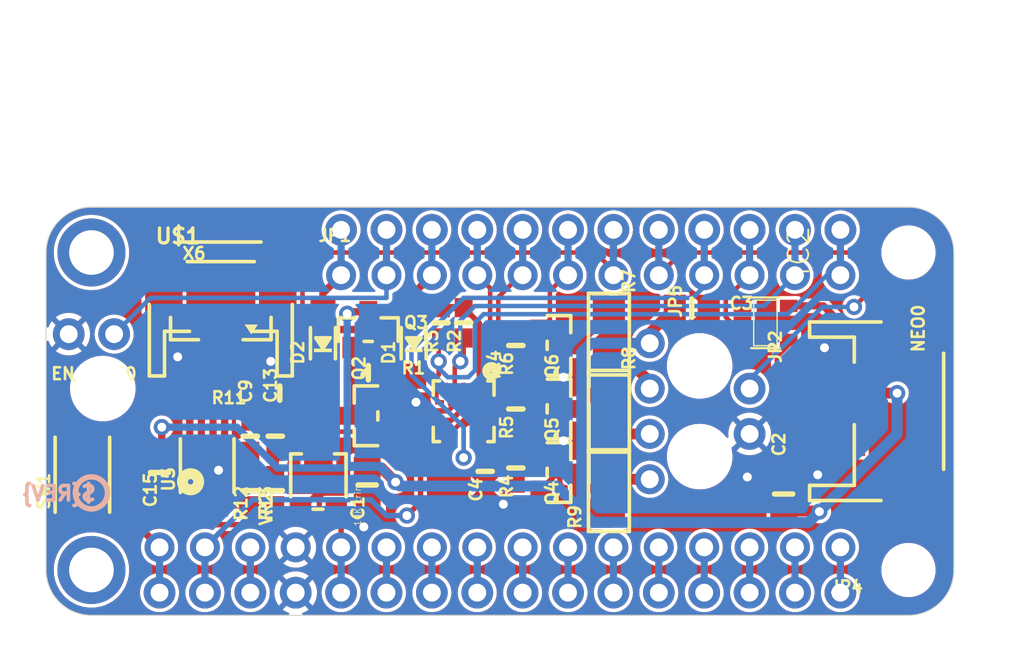
<source format=kicad_pcb>
(kicad_pcb (version 20221018) (generator pcbnew)
  (layers (0 "F.Cu" signal) (31 "B.Cu" signal) (34 "B.Paste" user) (35 "F.Paste" user) (36 "B.SilkS" user "B.Silkscreen") (37 "F.SilkS" user "F.Silkscreen") (38 "B.Mask" user) (39 "F.Mask" user) (44 "Edge.Cuts" user))
  (net 0 "")
  (net 1 "MISO")
  (net 2 "MOSI")
  (net 3 "SCK")
  (net 4 "RESET")
  (net 5 "VBAT")
  (net 6 "SCL")
  (net 7 "SDA")
  (net 8 "GND")
  (net 9 "G")
  (net 10 "AREF")
  (net 11 "A1")
  (net 12 "A0")
  (net 13 "SWITCH")
  (net 14 "RED")
  (net 15 "GREEN")
  (net 16 "A5")
  (net 17 "A3")
  (net 18 "RX")
  (net 19 "A4")
  (net 20 "BLUE")
  (net 21 "TX")
  (net 22 "NEOPIXEL")
  (net 23 "A2")
  (net 24 "+3V3")
  (net 25 "V+")
  (net 26 "N$19")
  (net 27 "N$20")
  (net 28 "N$21")
  (net 29 "N$22")
  (net 30 "N$23")
  (net 31 "SPKR+")
  (net 32 "SPKR-")
  (net 33 "NEOPIX_OUT")
  (net 34 "VBUS")
  (net 35 "N$139")
  (net 36 "ENABLE")
  (net 37 "~{ENABLE}")
  (net 38 "IRQ")
  (net 39 "POWER")
  (net 40 "N$1")
  (net 41 "N$2")
  (net 42 "N$3")
  (net 43 "N$4")
  (net 44 "N$6")
  (net 45 "N$7")
  (footprint "working:0603-NO" (layer "F.Cu") (at 149.3901 108.1786 -90)
    (fp_text reference "R4")
    (fp_text value "100k")
  )
  (footprint "working:0805-NO" (layer "F.Cu") (at 141.0716 109.1311 -90)
    (fp_text reference "C1")
    (fp_text value "10uF")
  )
  (footprint "working:_1206" (layer "F.Cu") (at 154.5971 109.4486 90)
    (fp_text reference "R9")
    (fp_text value "1.75o")
  )
  (footprint "working:TRIMPOT_BOURNS_3303W" (layer "F.Cu") (at 138.3411 108.9406)
    (fp_text reference "VR2")
    (fp_text value "10K trim")
  )
  (footprint "working:1X16_ROUND" (layer "F.Cu") (at 148.5011 112.6236 180)
    (fp_text reference "JP4")
    (fp_text value "")
  )
  (footprint "working:0603-NO" (layer "F.Cu") (at 146.4691 100.0506 -90)
    (fp_text reference "R2")
    (fp_text value "10K")
  )
  (footprint "working:0603-NO" (layer "F.Cu") (at 136.1821 103.9876 180)
    (fp_text reference "R11")
    (fp_text value "100K")
  )
  (footprint "working:0603-NO" (layer "F.Cu") (at 134.5311 106.4006 90)
    (fp_text reference "C9")
    (fp_text value "1uF")
  )
  (footprint "working:FIDUCIAL_1MM" (layer "F.Cu") (at 172.6311 98.3996)
    (fp_text reference "FID1" hide)
    (fp_text value "FIDUCIAL_1MM" hide)
  )
  (footprint "working:SOT23-WIDE" (layer "F.Cu") (at 151.8031 108.4326 -90)
    (fp_text reference "Q4")
    (fp_text value "DMG3406")
  )
  (footprint "working:SOT23-WIDE" (layer "F.Cu") (at 141.0081 105.2576 90)
    (fp_text reference "Q2")
    (fp_text value "DMG3406")
  )
  (footprint "working:SOD-123" (layer "F.Cu") (at 138.5951 101.1936 90)
    (fp_text reference "D2")
    (fp_text value "MBR120")
  )
  (footprint "working:0603-NO" (layer "F.Cu") (at 141.1351 102.8446)
    (fp_text reference "R1")
    (fp_text value "100k")
  )
  (footprint "working:_1206" (layer "F.Cu") (at 154.5971 105.0036 -90)
    (fp_text reference "R8")
    (fp_text value "1.75o")
  )
  (footprint "working:SOT23-WIDE" (layer "F.Cu") (at 151.8031 101.3206 -90)
    (fp_text reference "Q6")
    (fp_text value "DMG3406")
  )
  (footprint "working:0603-NO" (layer "F.Cu") (at 147.6756 108.3691 -90)
    (fp_text reference "C4")
    (fp_text value "1uF")
  )
  (footprint "working:0603-NO" (layer "F.Cu") (at 134.5311 109.4486 -90)
    (fp_text reference "R12")
    (fp_text value "100")
  )
  (footprint "working:PROPMAKER_TOP" (layer "F.Cu") (at 123.1011 116.4336)
    (fp_text reference "U$14" hide)
    (fp_text value "" hide)
  )
  (footprint "working:JSTPH2" (layer "F.Cu") (at 132.8801 98.5266)
    (fp_text reference "X6")
    (fp_text value "CON_JST_PH_2PIN_MTPH2")
  )
  (footprint "working:0603-NO" (layer "F.Cu") (at 149.3901 101.3206 -90)
    (fp_text reference "R6")
    (fp_text value "100k")
  )
  (footprint "" (layer "F.Cu") (at 126.2761 103.7336)
    (fp_text reference "@HOLE0" hide)
    (fp_text value "")
  )
  (footprint "working:FIDUCIAL_1MM" (layer "F.Cu") (at 125.1331 108.5596)
    (fp_text reference "FID3" hide)
    (fp_text value "FIDUCIAL_1MM" hide)
  )
  (footprint "working:0805-NO" (layer "F.Cu") (at 129.4511 108.4326 -90)
    (fp_text reference "C15")
    (fp_text value "10uF")
  )
  (footprint "working:SOT23-WIDE" (layer "F.Cu") (at 151.8031 104.8766 -90)
    (fp_text reference "Q5")
    (fp_text value "DMG3406")
  )
  (footprint "working:JSTPH3" (layer "F.Cu") (at 169.3291 105.0036 -90)
    (fp_text reference "NEO0")
    (fp_text value "JST PH 3")
  )
  (footprint "working:1X02_ROUND" (layer "F.Cu") (at 162.4711 105.0036 -90)
    (fp_text reference "JP2")
    (fp_text value "")
  )
  (footprint "working:0603-NO" (layer "F.Cu") (at 149.3901 104.8766 -90)
    (fp_text reference "R5")
    (fp_text value "100k")
  )
  (footprint "working:0603-NO" (layer "F.Cu") (at 135.9281 109.4486 -90)
    (fp_text reference "R13")
    (fp_text value "100")
  )
  (footprint "working:MSOP8_0.65MM" (layer "F.Cu") (at 132.1181 108.0516)
    (fp_text reference "U5")
    (fp_text value "PAM8302AASCR")
  )
  (footprint "" (layer "F.Cu") (at 159.6771 107.5436)
    (fp_text reference "@HOLE2" hide)
    (fp_text value "")
  )
  (footprint "working:BTN_KMR2_4.6X2.8" (layer "F.Cu") (at 125.1331 108.5596 90)
    (fp_text reference "SW1")
    (fp_text value "KMR2")
  )
  (footprint "working:SOD-123" (layer "F.Cu") (at 143.6751 101.1936 90)
    (fp_text reference "D1")
    (fp_text value "MBR120")
  )
  (footprint "working:1X02_ROUND" (layer "F.Cu") (at 125.6411 100.6856 180)
    (fp_text reference "EN_PINS0")
    (fp_text value "")
  )
  (footprint "working:LGA16_3X3MM" (layer "F.Cu") (at 146.4691 105.0036 -90)
    (fp_text reference "IC4")
    (fp_text value "LIS3DH")
  )
  (footprint "working:53398-0271" (layer "F.Cu") (at 132.8801 99.4156)
    (fp_text reference "U$1")
    (fp_text value "CON_MOLEX_2P")
  )
  (footprint "working:0805-NO" (layer "F.Cu") (at 164.3761 109.6391 90)
    (fp_text reference "C2")
    (fp_text value "10uF")
  )
  (footprint "working:1X12_ROUND" (layer "F.Cu") (at 153.5811 97.3836)
    (fp_text reference "JP1")
    (fp_text value "")
  )
  (footprint "working:SOT23-5" (layer "F.Cu") (at 163.3601 100.0506 -90)
    (fp_text reference "IC2")
    (fp_text value "74AHCT1G125DBV")
  )
  (footprint "working:0603-NO" (layer "F.Cu") (at 145.1991 100.0506 -90)
    (fp_text reference "R3")
    (fp_text value "10K")
  )
  (footprint "working:_1206" (layer "F.Cu") (at 154.5971 100.6856 -90)
    (fp_text reference "R7")
    (fp_text value "3o")
  )
  (footprint "working:1X04_ROUND" (layer "F.Cu") (at 156.8831 105.0036 -90)
    (fp_text reference "JP5")
    (fp_text value "")
  )
  (footprint "working:FEATHERWING" (layer "F.Cu") (at 123.1011 116.4336)
    (fp_text reference "MS1" hide)
    (fp_text value "FEATHERWING" hide)
    (fp_line (start 0 -20.32) (end 0 -2.54) (stroke (width 0.05)) (layer "Edge.Cuts"))
    (fp_line (start 2.54 0) (end 48.26 0) (stroke (width 0.05)) (layer "Edge.Cuts"))
    (fp_line (start 48.26 -22.86) (end 2.54 -22.86) (stroke (width 0.05)) (layer "Edge.Cuts"))
    (fp_line (start 50.8 -2.54) (end 50.8 -20.32) (stroke (width 0.05)) (layer "Edge.Cuts"))
    (fp_arc (start 0 -20.32) (mid 0.743949 -22.116051) (end 2.54 -22.86) (stroke (width 0.05)) (layer "Edge.Cuts"))
    (fp_arc (start 2.54 0) (mid 0.743949 -0.743949) (end 0 -2.54) (stroke (width 0.05)) (layer "Edge.Cuts"))
    (fp_arc (start 48.26 -22.86) (mid 50.056051 -22.116051) (end 50.8 -20.32) (stroke (width 0.05)) (layer "Edge.Cuts"))
    (fp_arc (start 50.8 -2.54) (mid 50.056051 -0.743949) (end 48.26 0) (stroke (width 0.05)) (layer "Edge.Cuts"))
  )
  (footprint "working:0805-NO" (layer "F.Cu") (at 159.2326 99.2251)
    (fp_text reference "C3")
    (fp_text value "10uF")
  )
  (footprint "" (layer "F.Cu") (at 159.6771 102.4636)
    (fp_text reference "@HOLE1" hide)
    (fp_text value "")
  )
  (footprint "working:0603-NO" (layer "F.Cu") (at 135.9281 106.4006 90)
    (fp_text reference "C13")
    (fp_text value "1uF")
  )
  (footprint "working:SOT23-WIDE" (layer "F.Cu") (at 141.1351 100.4316)
    (fp_text reference "Q3")
    (fp_text value "DMG3415U-7")
  )
  (footprint "working:PCBFEAT-REV-040" (layer "B.Cu") (at 125.6411 109.5756 180)
    (fp_text reference "U$15" hide)
    (fp_text value "" hide)
  )
  (footprint "working:PROPMAKER_BOT" (layer "B.Cu") (at 173.9011 116.4336 180)
    (fp_text reference "U$6" hide)
    (fp_text value "" hide)
  )
  (gr_arc (start 171.3611 93.5736) (mid 173.157151 94.317549) (end 173.9011 96.1136) (stroke (width 0.05)) (layer "Edge.Cuts"))
  (gr_line (start 125.6411 93.5736) (end 171.3611 93.5736) (stroke (width 0.05)) (layer "Edge.Cuts"))
  (gr_line (start 173.9011 96.1136) (end 173.9011 113.8936) (stroke (width 0.05)) (layer "Edge.Cuts"))
  (gr_arc (start 125.6411 116.4336) (mid 123.845049 115.689651) (end 123.1011 113.8936) (stroke (width 0.05)) (layer "Edge.Cuts"))
  (gr_line (start 123.1011 113.8936) (end 123.1011 96.1136) (stroke (width 0.05)) (layer "Edge.Cuts"))
  (gr_line (start 171.3611 116.4336) (end 125.6411 116.4336) (stroke (width 0.05)) (layer "Edge.Cuts"))
  (gr_arc (start 173.9011 113.8936) (mid 173.157151 115.689651) (end 171.3611 116.4336) (stroke (width 0.05)) (layer "Edge.Cuts"))
  (gr_arc (start 123.1011 96.1136) (mid 123.845049 94.317549) (end 125.6411 93.5736) (stroke (width 0.05)) (layer "Edge.Cuts"))
  (segment (start 159.9311 112.6236) (end 159.9311 115.1636) (width 0.4064) (layer "B.Cu") (net 1))
  (segment (start 157.3911 115.1636) (end 157.3911 112.6236) (width 0.4064) (layer "B.Cu") (net 2))
  (segment (start 154.8511 112.6236) (end 154.8511 115.1636) (width 0.4064) (layer "B.Cu") (net 3))
  (segment (start 126.4031 110.1396) (end 125.9331 110.6096) (width 0.4064) (layer "F.Cu") (net 4))
  (segment (start 127.4371 110.6096) (end 129.4511 112.6236) (width 0.4064) (layer "F.Cu") (net 4))
  (segment (start 126.4031 106.9796) (end 126.4031 110.1396) (width 0.4064) (layer "F.Cu") (net 4))
  (segment (start 125.9331 110.6096) (end 127.4371 110.6096) (width 0.4064) (layer "F.Cu") (net 4))
  (segment (start 125.9331 106.5096) (end 126.4031 106.9796) (width 0.4064) (layer "F.Cu") (net 4))
  (segment (start 129.4511 112.6236) (end 129.4511 115.1636) (width 0.4064) (layer "B.Cu") (net 4))
  (segment (start 138.5951 98.3996) (end 138.5951 99.3436) (width 0.4064) (layer "F.Cu") (net 5))
  (segment (start 139.6111 97.3836) (end 138.5951 98.3996) (width 0.4064) (layer "F.Cu") (net 5))
  (segment (start 139.6111 94.8436) (end 139.6111 97.3836) (width 0.4064) (layer "B.Cu") (net 5))
  (segment (start 146.4691 100.9006) (end 146.4691 102.0198) (width 0.254) (layer "F.Cu") (net 6))
  (segment (start 145.9691 102.5198) (end 146.2793 102.2096) (width 0.254) (layer "F.Cu") (net 6))
  (segment (start 146.4691 102.0198) (end 146.2793 102.2096) (width 0.254) (layer "F.Cu") (net 6))
  (segment (start 145.9691 103.6536) (end 145.9691 102.5198) (width 0.254) (layer "F.Cu") (net 6))
  (via (at 146.2793 102.2096) (size 0.9064) (drill 0.5) (layers "F.Cu" "B.Cu") (net 6))
  (segment (start 163.2839 99.1108) (end 147.0921 99.1108) (width 0.254) (layer "B.Cu") (net 6))
  (segment (start 163.2839 99.1108) (end 165.0111 97.3836) (width 0.254) (layer "B.Cu") (net 6))
  (segment (start 147.0921 99.1108) (end 146.2793 99.9236) (width 0.254) (layer "B.Cu") (net 6))
  (segment (start 146.2793 99.9236) (end 146.2793 102.2096) (width 0.254) (layer "B.Cu") (net 6))
  (segment (start 165.0111 94.8436) (end 165.0111 97.3836) (width 0.4064) (layer "B.Cu") (net 6))
  (segment (start 145.1991 101.2816) (end 145.0721 101.4086) (width 0.254) (layer "F.Cu") (net 7))
  (segment (start 144.9451 104.3296) (end 144.9451 103.6066) (width 0.254) (layer "F.Cu") (net 7))
  (segment (start 145.0721 102.9716) (end 145.0721 101.4086) (width 0.254) (layer "F.Cu") (net 7))
  (segment (start 144.9451 103.0986) (end 145.0721 102.9716) (width 0.254) (layer "F.Cu") (net 7))
  (segment (start 145.0721 102.2096) (end 145.0721 102.9716) (width 0.254) (layer "F.Cu") (net 7))
  (segment (start 145.1991 100.9006) (end 145.1991 101.2816) (width 0.254) (layer "F.Cu") (net 7))
  (segment (start 145.1191 104.5036) (end 144.9451 104.3296) (width 0.254) (layer "F.Cu") (net 7))
  (segment (start 144.9451 103.0986) (end 144.9451 103.6066) (width 0.254) (layer "F.Cu") (net 7))
  (via (at 145.0721 102.2096) (size 0.9064) (drill 0.5) (layers "F.Cu" "B.Cu") (net 7))
  (segment (start 147.1041 100.0506) (end 147.1041 102.7176) (width 0.254) (layer "B.Cu") (net 7))
  (segment (start 145.5801 103.0986) (end 145.0721 102.5906) (width 0.254) (layer "B.Cu") (net 7))
  (segment (start 147.5867 99.568) (end 164.6047 99.568) (width 0.254) (layer "B.Cu") (net 7))
  (segment (start 147.5867 99.568) (end 147.1041 100.0506) (width 0.254) (layer "B.Cu") (net 7))
  (segment (start 145.0721 102.5906) (end 145.0721 102.4636) (width 0.254) (layer "B.Cu") (net 7))
  (segment (start 147.1041 102.7176) (end 146.7231 103.0986) (width 0.254) (layer "B.Cu") (net 7))
  (segment (start 146.7231 103.0986) (end 145.5801 103.0986) (width 0.254) (layer "B.Cu") (net 7))
  (segment (start 164.6047 99.568) (end 166.7891 97.3836) (width 0.254) (layer "B.Cu") (net 7))
  (segment (start 167.5511 94.8436) (end 167.5511 97.3836) (width 0.4064) (layer "B.Cu") (net 7))
  (segment (start 145.0721 102.4636) (end 145.0721 102.2096) (width 0.254) (layer "B.Cu") (net 7))
  (segment (start 166.7891 97.3836) (end 167.5511 97.3836) (width 0.254) (layer "B.Cu") (net 7))
  (segment (start 146.9771 106.3456) (end 146.9691 106.3536) (width 0.254) (layer "F.Cu") (net 8))
  (segment (start 145.8341 104.4956) (end 145.8341 104.7496) (width 0.254) (layer "F.Cu") (net 8))
  (segment (start 145.5801 105.0036) (end 145.1191 105.0036) (width 0.254) (layer "F.Cu") (net 8))
  (segment (start 145.6993 104.3608) (end 145.8341 104.4956) (width 0.254) (layer "F.Cu") (net 8))
  (segment (start 145.6993 104.241825) (end 145.6993 104.3608) (width 0.254) (layer "F.Cu") (net 8))
  (segment (start 145.9691 105.9956) (end 146.1436 105.8211) (width 0.254) (layer "F.Cu") (net 8))
  (segment (start 146.1436 105.8211) (end 146.3261 105.6386) (width 0.254) (layer "F.Cu") (net 8))
  (segment (start 145.4691 104.011625) (end 145.6993 104.241825) (width 0.254) (layer "F.Cu") (net 8))
  (segment (start 146.9771 105.6386) (end 146.9771 106.3456) (width 0.254) (layer "F.Cu") (net 8))
  (segment (start 145.9691 106.3536) (end 145.9691 105.9956) (width 0.254) (layer "F.Cu") (net 8))
  (segment (start 146.3261 105.6386) (end 146.9771 105.6386) (width 0.254) (layer "F.Cu") (net 8))
  (segment (start 145.4691 103.6536) (end 145.4691 104.011625) (width 0.254) (layer "F.Cu") (net 8))
  (segment (start 145.8341 104.7496) (end 145.5801 105.0036) (width 0.254) (layer "F.Cu") (net 8))
  (via (at 135.6741 102.2096) (size 0.9064) (drill 0.5) (layers "F.Cu" "B.Cu") (net 8))
  (via (at 166.6621 101.4476) (size 0.9064) (drill 0.5) (layers "F.Cu" "B.Cu") (net 8))
  (via (at 152.0571 106.6546) (size 0.9064) (drill 0.5) (layers "F.Cu" "B.Cu") (net 8))
  (via (at 143.8021 104.4956) (size 0.9064) (drill 0.5) (layers "F.Cu" "B.Cu") (net 8))
  (via (at 162.3441 108.6866) (size 0.9064) (drill 0.5) (layers "F.Cu" "B.Cu") (net 8))
  (via (at 132.7531 108.3056) (size 0.9064) (drill 0.5) (layers "F.Cu" "B.Cu") (net 8))
  (via (at 140.8811 111.4806) (size 0.9064) (drill 0.5) (layers "F.Cu" "B.Cu") (net 8))
  (via (at 148.6916 110.2106) (size 0.9064) (drill 0.5) (layers "F.Cu" "B.Cu") (net 8))
  (via (at 152.0571 103.0986) (size 0.9064) (drill 0.5) (layers "F.Cu" "B.Cu") (net 8))
  (via (at 166.2811 108.5596) (size 0.9064) (drill 0.5) (layers "F.Cu" "B.Cu") (net 8))
  (via (at 130.4671 101.9556) (size 0.9064) (drill 0.5) (layers "F.Cu" "B.Cu") (net 8))
  (segment (start 167.5511 115.1636) (end 167.5511 112.6236) (width 0.4064) (layer "B.Cu") (net 9))
  (segment (start 134.5311 112.6236) (end 134.5311 115.1636) (width 0.4064) (layer "B.Cu") (net 10))
  (segment (start 142.1511 112.6236) (end 142.1511 115.1636) (width 0.4064) (layer "B.Cu") (net 11))
  (segment (start 139.6111 110.8106) (end 139.6111 112.6236) (width 0.3048) (layer "F.Cu") (net 12))
  (segment (start 139.3411 110.5406) (end 139.6111 110.8106) (width 0.3048) (layer "F.Cu") (net 12))
  (segment (start 139.6111 115.1636) (end 139.6111 112.6236) (width 0.4064) (layer "B.Cu") (net 12))
  (segment (start 168.6941 96.1136) (end 168.9481 96.3676) (width 0.254) (layer "F.Cu") (net 13))
  (segment (start 158.6611 96.1136) (end 168.6941 96.1136) (width 0.254) (layer "F.Cu") (net 13))
  (segment (start 168.9481 98.5266) (end 168.3131 99.1616) (width 0.254) (layer "F.Cu") (net 13))
  (segment (start 168.9481 96.3676) (end 168.9481 98.5266) (width 0.254) (layer "F.Cu") (net 13))
  (segment (start 157.3911 97.3836) (end 158.6611 96.1136) (width 0.254) (layer "F.Cu") (net 13))
  (via (at 168.3131 99.1616) (size 0.9064) (drill 0.5) (layers "F.Cu" "B.Cu") (net 13))
  (segment (start 168.3131 99.1616) (end 166.5351 99.1616) (width 0.254) (layer "B.Cu") (net 13))
  (segment (start 166.5351 99.1616) (end 162.4711 103.2256) (width 0.254) (layer "B.Cu") (net 13))
  (segment (start 157.3911 97.3836) (end 157.3911 94.8436) (width 0.4064) (layer "B.Cu") (net 13))
  (segment (start 162.4711 103.2256) (end 162.4711 103.7336) (width 0.254) (layer "B.Cu") (net 13))
  (segment (start 152.3111 97.3836) (end 152.1841 97.3836) (width 0.254) (layer "F.Cu") (net 14))
  (segment (start 151.2951 98.2726) (end 151.2951 99.8786) (width 0.254) (layer "F.Cu") (net 14))
  (segment (start 151.2951 99.8786) (end 150.8031 100.3706) (width 0.254) (layer "F.Cu") (net 14))
  (segment (start 150.8031 100.3706) (end 149.4901 100.3706) (width 0.254) (layer "F.Cu") (net 14))
  (segment (start 149.4901 100.3706) (end 149.3901 100.4706) (width 0.254) (layer "F.Cu") (net 14))
  (segment (start 152.1841 97.3836) (end 151.2951 98.2726) (width 0.254) (layer "F.Cu") (net 14))
  (segment (start 152.3111 97.3836) (end 152.3111 94.8436) (width 0.4064) (layer "B.Cu") (net 14))
  (segment (start 150.8031 103.9266) (end 149.4901 103.9266) (width 0.254) (layer "F.Cu") (net 15))
  (segment (start 148.4089 98.6188) (end 149.6441 97.3836) (width 0.254) (layer "F.Cu") (net 15))
  (segment (start 149.4901 103.9266) (end 149.3901 104.0266) (width 0.254) (layer "F.Cu") (net 15))
  (segment (start 148.4089 103.248819) (end 148.4089 98.6188) (width 0.254) (layer "F.Cu") (net 15))
  (segment (start 149.186681 104.0266) (end 149.3901 104.0266) (width 0.254) (layer "F.Cu") (net 15))
  (segment (start 149.6441 97.3836) (end 149.7711 97.3836) (width 0.254) (layer "F.Cu") (net 15))
  (segment (start 149.186681 104.0266) (end 148.4089 103.248819) (width 0.254) (layer "F.Cu") (net 15))
  (segment (start 149.7711 94.8436) (end 149.7711 97.3836) (width 0.4064) (layer "B.Cu") (net 15))
  (segment (start 152.3111 112.6236) (end 152.3111 115.1636) (width 0.4064) (layer "B.Cu") (net 16))
  (segment (start 147.2311 112.6236) (end 147.2311 115.1636) (width 0.4064) (layer "B.Cu") (net 17))
  (segment (start 162.4711 115.1636) (end 162.4711 112.6236) (width 0.4064) (layer "B.Cu") (net 18))
  (segment (start 149.7711 112.6236) (end 149.7711 115.1636) (width 0.4064) (layer "B.Cu") (net 19))
  (segment (start 148.530362 106.752338) (end 149.106625 107.3286) (width 0.254) (layer "F.Cu") (net 20))
  (segment (start 149.5441 107.4826) (end 149.3901 107.3286) (width 0.254) (layer "F.Cu") (net 20))
  (segment (start 150.8031 107.4826) (end 149.5441 107.4826) (width 0.254) (layer "F.Cu") (net 20))
  (segment (start 148.530362 104.016863) (end 147.9517 103.4382) (width 0.254) (layer "F.Cu") (net 20))
  (segment (start 147.9517 98.1042) (end 147.2311 97.3836) (width 0.254) (layer "F.Cu") (net 20))
  (segment (start 148.530362 106.752338) (end 148.530362 104.016863) (width 0.254) (layer "F.Cu") (net 20))
  (segment (start 147.9517 103.4382) (end 147.9517 98.1042) (width 0.254) (layer "F.Cu") (net 20))
  (segment (start 149.106625 107.3286) (end 149.3901 107.3286) (width 0.254) (layer "F.Cu") (net 20))
  (segment (start 147.2311 97.3836) (end 147.2311 94.8436) (width 0.4064) (layer "B.Cu") (net 20))
  (segment (start 165.0111 112.6236) (end 165.0111 115.1636) (width 0.4064) (layer "B.Cu") (net 21))
  (segment (start 161.4551 100.0506) (end 161.1376 99.7331) (width 0.254) (layer "F.Cu") (net 22))
  (segment (start 162.0701 100.0506) (end 161.4551 100.0506) (width 0.254) (layer "F.Cu") (net 22))
  (segment (start 161.1376 98.7171) (end 162.4711 97.3836) (width 0.254) (layer "F.Cu") (net 22))
  (segment (start 161.1376 99.7331) (end 161.1376 98.7171) (width 0.254) (layer "F.Cu") (net 22))
  (segment (start 162.4711 94.8436) (end 162.4711 97.3836) (width 0.4064) (layer "B.Cu") (net 22))
  (segment (start 144.6911 115.1636) (end 144.6911 112.6236) (width 0.4064) (layer "B.Cu") (net 23))
  (segment (start 147.8191 104.0036) (end 147.4691 103.6536) (width 0.3048) (layer "F.Cu") (net 24))
  (segment (start 147.4691 106.3536) (end 147.4691 107.3126) (width 0.3048) (layer "F.Cu") (net 24))
  (segment (start 147.3421 100.0736) (end 147.3421 100.0896) (width 0.3048) (layer "F.Cu") (net 24))
  (segment (start 144.5721 105.5036) (end 144.0561 106.0196) (width 0.3048) (layer "F.Cu") (net 24))
  (segment (start 147.4691 106.3536) (end 147.8191 106.0036) (width 0.3048) (layer "F.Cu") (net 24))
  (segment (start 146.7786 104.5036) (end 145.7706 105.5116) (width 0.3048) (layer "F.Cu") (net 24))
  (segment (start 147.3421 103.1456) (end 147.3421 100.0896) (width 0.3048) (layer "F.Cu") (net 24))
  (segment (start 147.4691 107.3126) (end 147.6756 107.5191) (width 0.3048) (layer "F.Cu") (net 24))
  (segment (start 145.1271 105.5116) (end 145.1191 105.5036) (width 0.3048) (layer "F.Cu") (net 24))
  (segment (start 145.1191 105.5036) (end 144.5721 105.5036) (width 0.3048) (layer "F.Cu") (net 24))
  (segment (start 147.4691 103.6536) (end 147.4691 103.2726) (width 0.3048) (layer "F.Cu") (net 24))
  (segment (start 147.8191 105.5036) (end 147.8191 105.0036) (width 0.3048) (layer "F.Cu") (net 24))
  (segment (start 147.8191 104.5036) (end 147.8191 104.0036) (width 0.3048) (layer "F.Cu") (net 24))
  (segment (start 147.8191 104.5036) (end 146.7786 104.5036) (width 0.3048) (layer "F.Cu") (net 24))
  (segment (start 145.7706 105.5116) (end 145.1271 105.5116) (width 0.3048) (layer "F.Cu") (net 24))
  (segment (start 144.0561 110.0836) (end 143.2941 110.8456) (width 0.3048) (layer "F.Cu") (net 24))
  (segment (start 147.8191 106.0036) (end 147.8191 105.5036) (width 0.3048) (layer "F.Cu") (net 24))
  (segment (start 144.0561 106.0196) (end 144.0561 110.0836) (width 0.3048) (layer "F.Cu") (net 24))
  (segment (start 145.1991 99.2006) (end 146.4691 99.2006) (width 0.4064) (layer "F.Cu") (net 24))
  (segment (start 147.3421 100.0736) (end 146.4691 99.2006) (width 0.3048) (layer "F.Cu") (net 24))
  (segment (start 147.8191 105.0036) (end 147.8191 104.5036) (width 0.3048) (layer "F.Cu") (net 24))
  (segment (start 147.4691 103.2726) (end 147.3421 103.1456) (width 0.3048) (layer "F.Cu") (net 24))
  (via (at 143.2941 110.8456) (size 0.9064) (drill 0.5) (layers "F.Cu" "B.Cu") (net 24))
  (segment (start 142.1511 110.8456) (end 141.2621 109.9566) (width 0.3048) (layer "B.Cu") (net 24))
  (segment (start 141.2621 109.9566) (end 134.6581 109.9566) (width 0.3048) (layer "B.Cu") (net 24))
  (segment (start 131.9911 115.1636) (end 131.9911 112.6236) (width 0.4064) (layer "B.Cu") (net 24))
  (segment (start 133.7691 110.8456) (end 131.9911 112.6236) (width 0.3048) (layer "B.Cu") (net 24))
  (segment (start 134.6581 109.9566) (end 133.7691 110.8456) (width 0.3048) (layer "B.Cu") (net 24))
  (segment (start 143.2941 110.8456) (end 142.1511 110.8456) (width 0.3048) (layer "B.Cu") (net 24))
  (segment (start 169.7101 104.6226) (end 169.3291 105.0036) (width 0.4064) (layer "F.Cu") (net 25))
  (segment (start 141.0716 108.1811) (end 141.8702 108.1811) (width 0.6096) (layer "F.Cu") (net 25))
  (segment (start 169.7101 103.9876) (end 169.7101 104.6226) (width 0.4064) (layer "F.Cu") (net 25))
  (segment (start 132.4431 107.3456) (end 132.4431 105.8516) (width 0.4064) (layer "F.Cu") (net 25))
  (segment (start 129.5781 107.3556) (end 129.5781 105.8926) (width 0.4064) (layer "F.Cu") (net 25))
  (segment (start 169.3291 105.0036) (end 169.3291 105.0036) (width 0.4064) (layer "F.Cu") (net 25))
  (segment (start 141.1351 99.4316) (end 140.0625 99.4316) (width 0.4064) (layer "F.Cu") (net 25))
  (segment (start 156.8831 100.6246) (end 156.8831 101.1936) (width 0.6096) (layer "F.Cu") (net 25))
  (segment (start 169.7101 102.2096) (end 169.7101 103.9876) (width 0.4064) (layer "F.Cu") (net 25))
  (segment (start 166.6291 105.0036) (end 169.3291 105.0036) (width 0.4064) (layer "F.Cu") (net 25))
  (segment (start 131.1431 110.2516) (end 131.1431 107.9046) (width 0.4064) (layer "F.Cu") (net 25))
  (segment (start 131.1021 107.8636) (end 131.9251 107.8636) (width 0.4064) (layer "F.Cu") (net 25))
  (segment (start 129.8321 107.8636) (end 131.1021 107.8636) (width 0.4064) (layer "F.Cu") (net 25))
  (segment (start 158.2826 99.2251) (end 156.8831 100.6246) (width 0.6096) (layer "F.Cu") (net 25))
  (segment (start 169.7101 102.2096) (end 166.6011 99.1006) (width 0.4064) (layer "F.Cu") (net 25))
  (segment (start 129.4511 107.4826) (end 129.8321 107.8636) (width 0.4064) (layer "F.Cu") (net 25))
  (segment (start 140.0625 99.4316) (end 139.9515 99.5426) (width 0.4064) (layer "F.Cu") (net 25))
  (segment (start 131.9251 107.8636) (end 132.4431 107.3456) (width 0.4064) (layer "F.Cu") (net 25))
  (segment (start 129.4511 107.4826) (end 129.5781 107.3556) (width 0.4064) (layer "F.Cu") (net 25))
  (segment (start 164.6601 99.1006) (end 166.6011 99.1006) (width 0.4064) (layer "F.Cu") (net 25))
  (segment (start 131.1431 107.9046) (end 131.1021 107.8636) (width 0.4064) (layer "F.Cu") (net 25))
  (segment (start 141.8702 108.1811) (end 142.6591 108.97) (width 0.6096) (layer "F.Cu") (net 25))
  (segment (start 164.3761 110.5891) (end 166.3421 110.5891) (width 0.6096) (layer "F.Cu") (net 25))
  (segment (start 166.3421 110.5891) (end 166.37635 110.62335) (width 0.6096) (layer "F.Cu") (net 25))
  (segment (start 169.7101 103.9876) (end 170.7261 103.9876) (width 0.6096) (layer "F.Cu") (net 25))
  (via (at 170.7261 103.9876) (size 0.9064) (drill 0.5) (layers "F.Cu" "B.Cu") (net 25))
  (via (at 139.9515 99.5426) (size 0.9064) (drill 0.5) (layers "F.Cu" "B.Cu") (net 25))
  (via (at 129.5781 105.8926) (size 0.9064) (drill 0.5) (layers "F.Cu" "B.Cu") (net 25))
  (via (at 142.6591 108.97) (size 0.9064) (drill 0.5) (layers "F.Cu" "B.Cu") (net 25))
  (via (at 166.37635 110.62335) (size 0.9064) (drill 0.5) (layers "F.Cu" "B.Cu") (net 25))
  (segment (start 142.6591 108.97) (end 142.6885 108.97) (width 0.508) (layer "B.Cu") (net 25))
  (segment (start 142.6885 108.97) (end 142.9131 109.1946) (width 0.508) (layer "B.Cu") (net 25))
  (segment (start 142.9131 109.1946) (end 151.6761 109.1946) (width 0.6096) (layer "B.Cu") (net 25))
  (segment (start 154.7241 111.2266) (end 153.7081 111.2266) (width 0.6096) (layer "B.Cu") (net 25))
  (segment (start 153.5811 101.1936) (end 153.0731 101.7016) (width 0.6096) (layer "B.Cu") (net 25))
  (segment (start 156.8831 101.1936) (end 153.5811 101.1936) (width 0.6096) (layer "B.Cu") (net 25))
  (segment (start 136.0551 108.1786) (end 139.8651 108.1786) (width 0.4064) (layer "B.Cu") (net 25))
  (segment (start 141.7813 108.0922) (end 142.6591 108.97) (width 0.508) (layer "B.Cu") (net 25))
  (segment (start 153.7081 111.2266) (end 151.6761 109.1946) (width 0.6096) (layer "B.Cu") (net 25))
  (segment (start 154.7241 111.2266) (end 153.0731 111.2266) (width 0.6096) (layer "B.Cu") (net 25))
  (segment (start 139.9515 99.5426) (end 139.9515 108.0922) (width 0.4064) (layer "B.Cu") (net 25))
  (segment (start 139.9515 108.0922) (end 141.7813 108.0922) (width 0.508) (layer "B.Cu") (net 25))
  (segment (start 133.7691 105.8926) (end 136.0551 108.1786) (width 0.4064) (layer "B.Cu") (net 25))
  (segment (start 166.37635 110.62335) (end 170.7261 106.2736) (width 0.6096) (layer "B.Cu") (net 25))
  (segment (start 153.0731 101.7016) (end 153.0731 111.2266) (width 0.6096) (layer "B.Cu") (net 25))
  (segment (start 154.7241 111.2266) (end 165.7731 111.2266) (width 0.6096) (layer "B.Cu") (net 25))
  (segment (start 139.9515 108.0922) (end 139.8651 108.1786) (width 0.4064) (layer "B.Cu") (net 25))
  (segment (start 165.7731 111.2266) (end 166.37635 110.62335) (width 0.6096) (layer "B.Cu") (net 25))
  (segment (start 170.7261 106.2736) (end 170.7261 103.9876) (width 0.6096) (layer "B.Cu") (net 25))
  (segment (start 129.5781 105.8926) (end 133.7691 105.8926) (width 0.4064) (layer "B.Cu") (net 25))
  (segment (start 133.0931 110.2516) (end 133.1401 110.2986) (width 0.3048) (layer "F.Cu") (net 26))
  (segment (start 133.1401 110.2986) (end 134.5311 110.2986) (width 0.3048) (layer "F.Cu") (net 26))
  (segment (start 132.4431 111.1706) (end 132.4431 110.2516) (width 0.3048) (layer "F.Cu") (net 27))
  (segment (start 135.9281 110.2986) (end 135.9281 110.9726) (width 0.3048) (layer "F.Cu") (net 27))
  (segment (start 135.5471 111.3536) (end 132.6261 111.3536) (width 0.3048) (layer "F.Cu") (net 27))
  (segment (start 135.9281 110.9726) (end 135.5471 111.3536) (width 0.3048) (layer "F.Cu") (net 27))
  (segment (start 132.6261 111.3536) (end 132.4431 111.1706) (width 0.3048) (layer "F.Cu") (net 27))
  (segment (start 134.5311 107.2506) (end 134.5311 108.5986) (width 0.4064) (layer "F.Cu") (net 28))
  (segment (start 135.9281 107.2506) (end 135.9281 108.5986) (width 0.4064) (layer "F.Cu") (net 29))
  (segment (start 135.9281 105.5506) (end 136.6011 105.5506) (width 0.4064) (layer "F.Cu") (net 30))
  (segment (start 136.6011 105.5506) (end 138.3411 107.2906) (width 0.4064) (layer "F.Cu") (net 30))
  (segment (start 133.8801 102.2266) (end 133.8801 101.0606) (width 0.4064) (layer "F.Cu") (net 31))
  (segment (start 133.8961 102.2426) (end 133.8801 102.2266) (width 0.4064) (layer "F.Cu") (net 31))
  (segment (start 133.0931 104.9176) (end 133.8961 104.1146) (width 0.4064) (layer "F.Cu") (net 31))
  (segment (start 133.8801 101.0606) (end 133.5051 100.6856) (width 0.4064) (layer "F.Cu") (net 31))
  (segment (start 133.8961 104.1146) (end 133.8961 102.2426) (width 0.4064) (layer "F.Cu") (net 31))
  (segment (start 133.0931 105.8516) (end 133.0931 104.9176) (width 0.4064) (layer "F.Cu") (net 31))
  (segment (start 131.1431 104.7086) (end 131.8801 103.9716) (width 0.4064) (layer "F.Cu") (net 32))
  (segment (start 131.8801 101.0606) (end 132.2551 100.6856) (width 0.4064) (layer "F.Cu") (net 32))
  (segment (start 131.1431 105.8516) (end 131.1431 104.7086) (width 0.4064) (layer "F.Cu") (net 32))
  (segment (start 131.8801 102.2266) (end 131.8801 101.0606) (width 0.4064) (layer "F.Cu") (net 32))
  (segment (start 131.8801 103.9716) (end 131.8801 102.2266) (width 0.4064) (layer "F.Cu") (net 32))
  (segment (start 164.6601 101.0006) (end 164.6601 101.2906) (width 0.254) (layer "F.Cu") (net 33))
  (segment (start 164.3761 107.0356) (end 167.0431 107.0356) (width 0.254) (layer "F.Cu") (net 33))
  (segment (start 167.0431 107.0356) (end 167.1701 107.1626) (width 0.254) (layer "F.Cu") (net 33))
  (segment (start 167.0111 107.0036) (end 166.6291 107.0036) (width 0.254) (layer "F.Cu") (net 33))
  (segment (start 167.1701 107.1626) (end 167.0111 107.0036) (width 0.254) (layer "F.Cu") (net 33))
  (segment (start 163.9951 106.6546) (end 164.3761 107.0356) (width 0.254) (layer "F.Cu") (net 33))
  (segment (start 163.9951 101.9556) (end 163.9951 106.6546) (width 0.254) (layer "F.Cu") (net 33))
  (segment (start 164.6601 101.2906) (end 163.9951 101.9556) (width 0.254) (layer "F.Cu") (net 33))
  (segment (start 144.6911 97.3836) (end 143.6751 98.3996) (width 0.4064) (layer "F.Cu") (net 34))
  (segment (start 143.6751 98.3996) (end 143.6751 99.3436) (width 0.4064) (layer "F.Cu") (net 34))
  (segment (start 144.6911 97.3836) (end 144.6911 94.8436) (width 0.4064) (layer "B.Cu") (net 34))
  (segment (start 143.4761 102.8446) (end 141.9851 102.8446) (width 0.4064) (layer "F.Cu") (net 35))
  (segment (start 142.0241 100.5586) (end 142.0241 101.4926) (width 0.4064) (layer "F.Cu") (net 35))
  (segment (start 141.9851 102.8446) (end 141.9851 101.5316) (width 0.4064) (layer "F.Cu") (net 35))
  (segment (start 139.516762 100.4252) (end 140.3731 100.4252) (width 0.4064) (layer "F.Cu") (net 35))
  (segment (start 142.0241 101.4926) (end 141.9851 101.5316) (width 0.4064) (layer "F.Cu") (net 35))
  (segment (start 143.6751 103.0436) (end 143.4761 102.8446) (width 0.4064) (layer "F.Cu") (net 35))
  (segment (start 141.9851 101.5316) (end 142.0851 101.4316) (width 0.4064) (layer "F.Cu") (net 35))
  (segment (start 139.2787 100.663263) (end 139.516762 100.4252) (width 0.4064) (layer "F.Cu") (net 35))
  (segment (start 138.5951 101.8286) (end 139.2787 101.145) (width 0.4064) (layer "F.Cu") (net 35))
  (segment (start 140.3731 100.4252) (end 141.8907 100.4252) (width 0.3048) (layer "F.Cu") (net 35))
  (segment (start 139.2787 101.145) (end 139.2787 100.663263) (width 0.4064) (layer "F.Cu") (net 35))
  (segment (start 141.8907 100.4252) (end 142.0241 100.5586) (width 0.3048) (layer "F.Cu") (net 35))
  (segment (start 138.5951 103.0436) (end 138.5951 101.8286) (width 0.4064) (layer "F.Cu") (net 35))
  (segment (start 128.9431 98.6536) (end 142.1511 98.6536) (width 0.254) (layer "B.Cu") (net 36))
  (segment (start 126.9111 100.6856) (end 128.9431 98.6536) (width 0.254) (layer "B.Cu") (net 36))
  (segment (start 142.1511 98.6536) (end 142.1511 97.3836) (width 0.254) (layer "B.Cu") (net 36))
  (segment (start 142.1511 97.3836) (end 142.1511 94.8436) (width 0.4064) (layer "B.Cu") (net 36))
  (segment (start 140.2851 104.9806) (end 140.0081 105.2576) (width 0.254) (layer "F.Cu") (net 37))
  (segment (start 140.2851 102.8446) (end 140.2851 104.9806) (width 0.254) (layer "F.Cu") (net 37))
  (segment (start 140.1851 102.7446) (end 140.1851 101.4316) (width 0.254) (layer "F.Cu") (net 37))
  (segment (start 140.2851 102.8446) (end 140.1851 102.7446) (width 0.254) (layer "F.Cu") (net 37))
  (segment (start 146.4691 106.3536) (end 146.4691 107.6071) (width 0.254) (layer "F.Cu") (net 38))
  (via (at 146.4691 107.6071) (size 0.9064) (drill 0.5) (layers "F.Cu" "B.Cu") (net 38))
  (segment (start 159.9311 98.0186) (end 159.9311 97.3836) (width 0.254) (layer "B.Cu") (net 38))
  (segment (start 143.5481 102.971604) (end 146.2786 105.702104) (width 0.254) (layer "B.Cu") (net 38))
  (segment (start 146.2786 105.702104) (end 146.4691 105.892604) (width 0.254) (layer "B.Cu") (net 38))
  (segment (start 146.4691 98.6536) (end 159.2961 98.6536) (width 0.254) (layer "B.Cu") (net 38))
  (segment (start 146.4691 98.6536) (end 143.5481 101.5746) (width 0.254) (layer "B.Cu") (net 38))
  (segment (start 159.9311 97.3836) (end 159.9311 94.8436) (width 0.4064) (layer "B.Cu") (net 38))
  (segment (start 146.4691 105.892604) (end 146.4691 107.6071) (width 0.254) (layer "B.Cu") (net 38))
  (segment (start 143.5481 101.5746) (end 143.5481 102.971604) (width 0.254) (layer "B.Cu") (net 38))
  (segment (start 159.2961 98.6536) (end 159.9311 98.0186) (width 0.254) (layer "B.Cu") (net 38))
  (segment (start 137.0321 103.9876) (end 139.1911 106.1466) (width 0.254) (layer "F.Cu") (net 39))
  (segment (start 137.125125 103.894575) (end 137.4521 103.894575) (width 0.254) (layer "F.Cu") (net 39))
  (segment (start 154.8511 97.3836) (end 154.8511 97.1296) (width 0.254) (layer "F.Cu") (net 39))
  (segment (start 138.7221 96.1136) (end 137.4521 97.3836) (width 0.254) (layer "F.Cu") (net 39))
  (segment (start 137.0321 103.9876) (end 137.125125 103.894575) (width 0.254) (layer "F.Cu") (net 39))
  (segment (start 141.9471 106.1466) (end 142.0081 106.2076) (width 0.254) (layer "F.Cu") (net 39))
  (segment (start 153.8351 96.1136) (end 138.7221 96.1136) (width 0.254) (layer "F.Cu") (net 39))
  (segment (start 137.4521 97.3836) (end 137.4521 103.894575) (width 0.254) (layer "F.Cu") (net 39))
  (segment (start 139.1911 106.1466) (end 141.9471 106.1466) (width 0.254) (layer "F.Cu") (net 39))
  (segment (start 154.8511 97.1296) (end 153.8351 96.1136) (width 0.254) (layer "F.Cu") (net 39))
  (segment (start 154.8511 97.3836) (end 154.8511 94.8436) (width 0.4064) (layer "B.Cu") (net 39))
  (segment (start 152.8031 101.2096) (end 154.5971 99.4156) (width 0.6096) (layer "F.Cu") (net 40))
  (segment (start 152.8031 101.3206) (end 152.8031 101.2096) (width 0.6096) (layer "F.Cu") (net 40))
  (segment (start 156.8831 106.2736) (end 154.5971 106.2736) (width 0.6096) (layer "F.Cu") (net 41))
  (segment (start 156.8831 108.8136) (end 155.2321 108.8136) (width 0.6096) (layer "F.Cu") (net 42))
  (segment (start 155.2321 108.8136) (end 154.5971 108.1786) (width 0.6096) (layer "F.Cu") (net 42))
  (segment (start 152.8031 108.4326) (end 152.8031 109.5596) (width 0.6096) (layer "F.Cu") (net 43))
  (segment (start 153.9621 110.7186) (end 154.5971 110.7186) (width 0.6096) (layer "F.Cu") (net 43))
  (segment (start 152.8031 109.5596) (end 153.9621 110.7186) (width 0.6096) (layer "F.Cu") (net 43))
  (segment (start 154.5971 103.7336) (end 153.9461 103.7336) (width 0.6096) (layer "F.Cu") (net 44))
  (segment (start 153.9461 103.7336) (end 152.8031 104.8766) (width 0.6096) (layer "F.Cu") (net 44))
  (segment (start 156.8831 103.3526) (end 156.8831 103.7336) (width 0.6096) (layer "F.Cu") (net 45))
  (segment (start 154.5971 101.9556) (end 155.4861 101.9556) (width 0.6096) (layer "F.Cu") (net 45))
  (segment (start 155.4861 101.9556) (end 156.8831 103.3526) (width 0.6096) (layer "F.Cu") (net 45))
  (zone (net 8) (net_name "GND") (layer "F.Cu") (priority 6) (connect_pads (clearance 0.000001)) (min_thickness 0.127) (fill yes (thermal_gap 0.304) (thermal_bridge_width 0.304))
    (polygon (pts (xy 174.0281 116.5606) (xy 122.9741 116.5606) (xy 122.9741 93.4466) (xy 174.0281 93.4466)))
  )
  (zone (net 8) (net_name "GND") (layer "B.Cu") (priority 6) (connect_pads (clearance 0.000001)) (min_thickness 0.127) (fill yes (thermal_gap 0.304) (thermal_bridge_width 0.304))
    (polygon (pts (xy 174.0281 116.5606) (xy 122.9741 116.5606) (xy 122.9741 93.4466) (xy 174.0281 93.4466)))
  )
)
</source>
